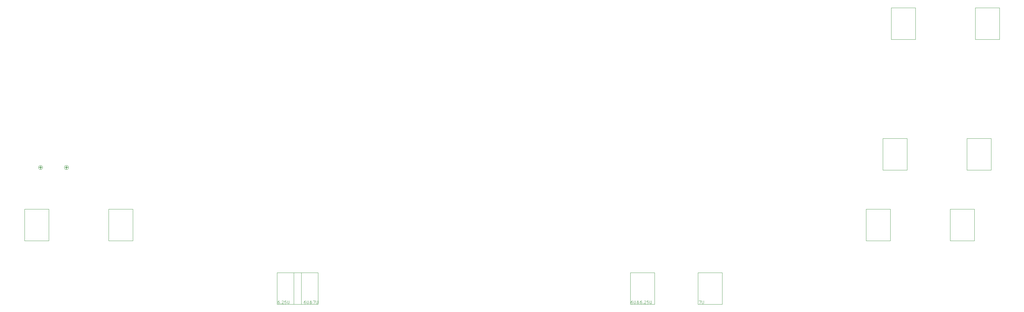
<source format=gbr>
G04 #@! TF.GenerationSoftware,KiCad,Pcbnew,(5.1.8)-1*
G04 #@! TF.CreationDate,2021-01-12T12:44:19+07:00*
G04 #@! TF.ProjectId,PCB-Common60,5043422d-436f-46d6-9d6f-6e36302e6b69,2*
G04 #@! TF.SameCoordinates,Original*
G04 #@! TF.FileFunction,Legend,Top*
G04 #@! TF.FilePolarity,Positive*
%FSLAX46Y46*%
G04 Gerber Fmt 4.6, Leading zero omitted, Abs format (unit mm)*
G04 Created by KiCad (PCBNEW (5.1.8)-1) date 2021-01-12 12:44:19*
%MOMM*%
%LPD*%
G01*
G04 APERTURE LIST*
%ADD10C,0.050000*%
%ADD11C,0.120000*%
%ADD12C,0.150000*%
G04 APERTURE END LIST*
D10*
X68635991Y-79180931D02*
X68483610Y-79180931D01*
X68407419Y-79219027D01*
X68369324Y-79257122D01*
X68293134Y-79371407D01*
X68255039Y-79523788D01*
X68255039Y-79828550D01*
X68293134Y-79904741D01*
X68331229Y-79942836D01*
X68407419Y-79980931D01*
X68559800Y-79980931D01*
X68635991Y-79942836D01*
X68674086Y-79904741D01*
X68712181Y-79828550D01*
X68712181Y-79638074D01*
X68674086Y-79561884D01*
X68635991Y-79523788D01*
X68559800Y-79485693D01*
X68407419Y-79485693D01*
X68331229Y-79523788D01*
X68293134Y-79561884D01*
X68255039Y-79638074D01*
X69055039Y-79904741D02*
X69093134Y-79942836D01*
X69055039Y-79980931D01*
X69016943Y-79942836D01*
X69055039Y-79904741D01*
X69055039Y-79980931D01*
X69397896Y-79257122D02*
X69435991Y-79219027D01*
X69512181Y-79180931D01*
X69702658Y-79180931D01*
X69778848Y-79219027D01*
X69816943Y-79257122D01*
X69855039Y-79333312D01*
X69855039Y-79409503D01*
X69816943Y-79523788D01*
X69359800Y-79980931D01*
X69855039Y-79980931D01*
X70578848Y-79180931D02*
X70197896Y-79180931D01*
X70159800Y-79561884D01*
X70197896Y-79523788D01*
X70274086Y-79485693D01*
X70464562Y-79485693D01*
X70540753Y-79523788D01*
X70578848Y-79561884D01*
X70616943Y-79638074D01*
X70616943Y-79828550D01*
X70578848Y-79904741D01*
X70540753Y-79942836D01*
X70464562Y-79980931D01*
X70274086Y-79980931D01*
X70197896Y-79942836D01*
X70159800Y-79904741D01*
X70959800Y-79180931D02*
X70959800Y-79828550D01*
X70997896Y-79904741D01*
X71035991Y-79942836D01*
X71112181Y-79980931D01*
X71264562Y-79980931D01*
X71340753Y-79942836D01*
X71378848Y-79904741D01*
X71416943Y-79828550D01*
X71416943Y-79180931D01*
X76043134Y-79180931D02*
X75890753Y-79180931D01*
X75814562Y-79219027D01*
X75776467Y-79257122D01*
X75700277Y-79371407D01*
X75662181Y-79523788D01*
X75662181Y-79828550D01*
X75700277Y-79904741D01*
X75738372Y-79942836D01*
X75814562Y-79980931D01*
X75966943Y-79980931D01*
X76043134Y-79942836D01*
X76081229Y-79904741D01*
X76119324Y-79828550D01*
X76119324Y-79638074D01*
X76081229Y-79561884D01*
X76043134Y-79523788D01*
X75966943Y-79485693D01*
X75814562Y-79485693D01*
X75738372Y-79523788D01*
X75700277Y-79561884D01*
X75662181Y-79638074D01*
X76462181Y-79180931D02*
X76462181Y-79828550D01*
X76500277Y-79904741D01*
X76538372Y-79942836D01*
X76614562Y-79980931D01*
X76766943Y-79980931D01*
X76843134Y-79942836D01*
X76881229Y-79904741D01*
X76919324Y-79828550D01*
X76919324Y-79180931D01*
X77947896Y-79980931D02*
X77909800Y-79980931D01*
X77833610Y-79942836D01*
X77719324Y-79828550D01*
X77528848Y-79599979D01*
X77452658Y-79485693D01*
X77414562Y-79371407D01*
X77414562Y-79295217D01*
X77452658Y-79219027D01*
X77528848Y-79180931D01*
X77566943Y-79180931D01*
X77643134Y-79219027D01*
X77681229Y-79295217D01*
X77681229Y-79333312D01*
X77643134Y-79409503D01*
X77605039Y-79447598D01*
X77376467Y-79599979D01*
X77338372Y-79638074D01*
X77300277Y-79714265D01*
X77300277Y-79828550D01*
X77338372Y-79904741D01*
X77376467Y-79942836D01*
X77452658Y-79980931D01*
X77566943Y-79980931D01*
X77643134Y-79942836D01*
X77681229Y-79904741D01*
X77795515Y-79752360D01*
X77833610Y-79638074D01*
X77833610Y-79561884D01*
X78214562Y-79180931D02*
X78747896Y-79180931D01*
X78405039Y-79980931D01*
X79052658Y-79180931D02*
X79052658Y-79828550D01*
X79090753Y-79904741D01*
X79128848Y-79942836D01*
X79205039Y-79980931D01*
X79357419Y-79980931D01*
X79433610Y-79942836D01*
X79471705Y-79904741D01*
X79509800Y-79828550D01*
X79509800Y-79180931D01*
X187419324Y-79180931D02*
X187952658Y-79180931D01*
X187609800Y-79980931D01*
X188257419Y-79180931D02*
X188257419Y-79828550D01*
X188295515Y-79904741D01*
X188333610Y-79942836D01*
X188409800Y-79980931D01*
X188562181Y-79980931D01*
X188638372Y-79942836D01*
X188676467Y-79904741D01*
X188714562Y-79828550D01*
X188714562Y-79180931D01*
X168590753Y-79180931D02*
X168438372Y-79180931D01*
X168362181Y-79219027D01*
X168324086Y-79257122D01*
X168247896Y-79371407D01*
X168209800Y-79523788D01*
X168209800Y-79828550D01*
X168247896Y-79904741D01*
X168285991Y-79942836D01*
X168362181Y-79980931D01*
X168514562Y-79980931D01*
X168590753Y-79942836D01*
X168628848Y-79904741D01*
X168666943Y-79828550D01*
X168666943Y-79638074D01*
X168628848Y-79561884D01*
X168590753Y-79523788D01*
X168514562Y-79485693D01*
X168362181Y-79485693D01*
X168285991Y-79523788D01*
X168247896Y-79561884D01*
X168209800Y-79638074D01*
X169009800Y-79180931D02*
X169009800Y-79828550D01*
X169047896Y-79904741D01*
X169085991Y-79942836D01*
X169162181Y-79980931D01*
X169314562Y-79980931D01*
X169390753Y-79942836D01*
X169428848Y-79904741D01*
X169466943Y-79828550D01*
X169466943Y-79180931D01*
X170495515Y-79980931D02*
X170457419Y-79980931D01*
X170381229Y-79942836D01*
X170266943Y-79828550D01*
X170076467Y-79599979D01*
X170000277Y-79485693D01*
X169962181Y-79371407D01*
X169962181Y-79295217D01*
X170000277Y-79219027D01*
X170076467Y-79180931D01*
X170114562Y-79180931D01*
X170190753Y-79219027D01*
X170228848Y-79295217D01*
X170228848Y-79333312D01*
X170190753Y-79409503D01*
X170152658Y-79447598D01*
X169924086Y-79599979D01*
X169885991Y-79638074D01*
X169847896Y-79714265D01*
X169847896Y-79828550D01*
X169885991Y-79904741D01*
X169924086Y-79942836D01*
X170000277Y-79980931D01*
X170114562Y-79980931D01*
X170190753Y-79942836D01*
X170228848Y-79904741D01*
X170343134Y-79752360D01*
X170381229Y-79638074D01*
X170381229Y-79561884D01*
X171181229Y-79180931D02*
X171028848Y-79180931D01*
X170952658Y-79219027D01*
X170914562Y-79257122D01*
X170838372Y-79371407D01*
X170800277Y-79523788D01*
X170800277Y-79828550D01*
X170838372Y-79904741D01*
X170876467Y-79942836D01*
X170952658Y-79980931D01*
X171105039Y-79980931D01*
X171181229Y-79942836D01*
X171219324Y-79904741D01*
X171257419Y-79828550D01*
X171257419Y-79638074D01*
X171219324Y-79561884D01*
X171181229Y-79523788D01*
X171105039Y-79485693D01*
X170952658Y-79485693D01*
X170876467Y-79523788D01*
X170838372Y-79561884D01*
X170800277Y-79638074D01*
X171600277Y-79904741D02*
X171638372Y-79942836D01*
X171600277Y-79980931D01*
X171562181Y-79942836D01*
X171600277Y-79904741D01*
X171600277Y-79980931D01*
X171943134Y-79257122D02*
X171981229Y-79219027D01*
X172057419Y-79180931D01*
X172247896Y-79180931D01*
X172324086Y-79219027D01*
X172362181Y-79257122D01*
X172400277Y-79333312D01*
X172400277Y-79409503D01*
X172362181Y-79523788D01*
X171905039Y-79980931D01*
X172400277Y-79980931D01*
X173124086Y-79180931D02*
X172743134Y-79180931D01*
X172705039Y-79561884D01*
X172743134Y-79523788D01*
X172819324Y-79485693D01*
X173009800Y-79485693D01*
X173085991Y-79523788D01*
X173124086Y-79561884D01*
X173162181Y-79638074D01*
X173162181Y-79828550D01*
X173124086Y-79904741D01*
X173085991Y-79942836D01*
X173009800Y-79980931D01*
X172819324Y-79980931D01*
X172743134Y-79942836D01*
X172705039Y-79904741D01*
X173505039Y-79180931D02*
X173505039Y-79828550D01*
X173543134Y-79904741D01*
X173581229Y-79942836D01*
X173657419Y-79980931D01*
X173809800Y-79980931D01*
X173885991Y-79942836D01*
X173924086Y-79904741D01*
X173962181Y-79828550D01*
X173962181Y-79180931D01*
D11*
X9025783Y-41350160D02*
G75*
G03*
X9025783Y-41350160I-612883J0D01*
G01*
X248693750Y-5000000D02*
X248693750Y4000000D01*
X241843750Y4000000D02*
X241843750Y-5000000D01*
X241843750Y4000000D02*
X248693750Y4000000D01*
X241843750Y-5000000D02*
X248693750Y-5000000D01*
X272506250Y-5000000D02*
X272506250Y4000000D01*
X265656250Y4000000D02*
X265656250Y-5000000D01*
X265656250Y4000000D02*
X272506250Y4000000D01*
X265656250Y-5000000D02*
X272506250Y-5000000D01*
X239462420Y-33100000D02*
X239462420Y-42100000D01*
X246312420Y-42100000D02*
X246312420Y-33100000D01*
X246312420Y-42100000D02*
X239462420Y-42100000D01*
X246312420Y-33100000D02*
X239462420Y-33100000D01*
X187111849Y-71199299D02*
X187111849Y-80199299D01*
X193961849Y-80199299D02*
X193961849Y-71199299D01*
X193961849Y-80199299D02*
X187111849Y-80199299D01*
X193961849Y-71199299D02*
X187111849Y-71199299D01*
X167980300Y-71199399D02*
X167980300Y-80199399D01*
X174830300Y-80199399D02*
X174830300Y-71199399D01*
X174830300Y-80199399D02*
X167980300Y-80199399D01*
X174830300Y-71199399D02*
X167980300Y-71199399D01*
X265362500Y-62150000D02*
X265362500Y-53150000D01*
X258512500Y-53150000D02*
X258512500Y-62150000D01*
X258512500Y-53150000D02*
X265362500Y-53150000D01*
X258512500Y-62150000D02*
X265362500Y-62150000D01*
X68011920Y-71200320D02*
X68011920Y-80200320D01*
X74861920Y-80200320D02*
X74861920Y-71200320D01*
X74861920Y-80200320D02*
X68011920Y-80200320D01*
X74861920Y-71200320D02*
X68011920Y-71200320D01*
X72774440Y-71200320D02*
X72774440Y-80200320D01*
X79624440Y-80200320D02*
X79624440Y-71200320D01*
X79624440Y-80200320D02*
X72774440Y-80200320D01*
X79624440Y-71200320D02*
X72774440Y-71200320D01*
X241550000Y-62150000D02*
X241550000Y-53150000D01*
X234700000Y-53150000D02*
X234700000Y-62150000D01*
X234700000Y-53150000D02*
X241550000Y-53150000D01*
X234700000Y-62150000D02*
X241550000Y-62150000D01*
X27236720Y-62150240D02*
X27236720Y-53150240D01*
X20386720Y-53150240D02*
X20386720Y-62150240D01*
X20386720Y-53150240D02*
X27236720Y-53150240D01*
X20386720Y-62150240D02*
X27236720Y-62150240D01*
X3424120Y-62150240D02*
X3424120Y-53150240D01*
X-3425880Y-53150240D02*
X-3425880Y-62150240D01*
X-3425880Y-53150240D02*
X3424120Y-53150240D01*
X-3425880Y-62150240D02*
X3424120Y-62150240D01*
X263275000Y-33100000D02*
X263275000Y-42100000D01*
X270125000Y-42100000D02*
X270125000Y-33100000D01*
X270125000Y-42100000D02*
X263275000Y-42100000D01*
X270125000Y-33100000D02*
X263275000Y-33100000D01*
X1710380Y-41350160D02*
G75*
G03*
X1710380Y-41350160I-600000J0D01*
G01*
D12*
X8031947Y-41346588D02*
X8793852Y-41346588D01*
X8412900Y-41727540D02*
X8412900Y-40965636D01*
X729427Y-41346588D02*
X1491332Y-41346588D01*
X1110380Y-41727540D02*
X1110380Y-40965636D01*
M02*

</source>
